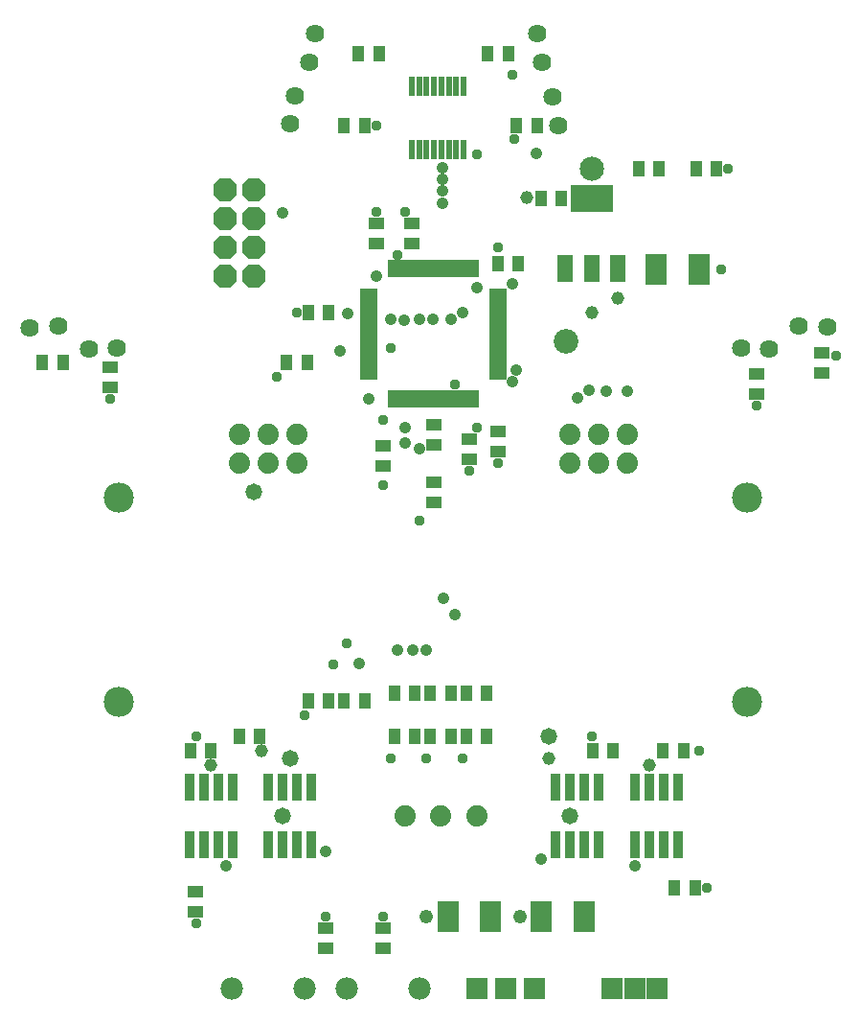
<source format=gbr>
G04 EAGLE Gerber RS-274X export*
G75*
%MOMM*%
%FSLAX34Y34*%
%LPD*%
%INSoldermask Top*%
%IPPOS*%
%AMOC8*
5,1,8,0,0,1.08239X$1,22.5*%
G01*
%ADD10C,2.667000*%
%ADD11C,1.981200*%
%ADD12R,1.903200X2.703200*%
%ADD13R,1.003200X1.403200*%
%ADD14R,1.403200X1.003200*%
%ADD15P,2.254402X8X112.500000*%
%ADD16C,1.625600*%
%ADD17R,1.879600X1.879600*%
%ADD18C,1.879600*%
%ADD19R,1.422200X2.438200*%
%ADD20R,3.803200X2.403200*%
%ADD21R,0.503200X1.503200*%
%ADD22R,1.503200X0.503200*%
%ADD23R,0.812800X2.413000*%
%ADD24R,0.503200X1.753200*%
%ADD25C,0.959600*%
%ADD26C,1.159600*%
%ADD27C,2.146300*%
%ADD28C,1.209600*%
%ADD29C,2.184400*%
%ADD30C,1.059600*%
%ADD31C,1.478200*%


D10*
X-125730Y331470D03*
X-125730Y151130D03*
X429260Y331470D03*
X429260Y151130D03*
D11*
X38850Y-101600D03*
X-26150Y-101600D03*
X140450Y-101600D03*
X75450Y-101600D03*
D12*
X247700Y-38100D03*
X285700Y-38100D03*
D13*
X40750Y450850D03*
X22750Y450850D03*
D14*
X101600Y556150D03*
X101600Y574150D03*
X-58420Y-16400D03*
X-58420Y-34400D03*
D13*
X365650Y-12700D03*
X383650Y-12700D03*
D12*
X165150Y-38100D03*
X203150Y-38100D03*
D13*
X265540Y595630D03*
X247540Y595630D03*
D12*
X387300Y533400D03*
X349300Y533400D03*
D14*
X107950Y377300D03*
X107950Y359300D03*
X184150Y383650D03*
X184150Y365650D03*
X209550Y390000D03*
X209550Y372000D03*
D13*
X227440Y538480D03*
X209440Y538480D03*
X59800Y495300D03*
X41800Y495300D03*
D15*
X-6350Y527050D03*
X-31750Y527050D03*
X-6350Y552450D03*
X-31750Y552450D03*
X-6350Y577850D03*
X-31750Y577850D03*
X-6350Y603250D03*
X-31750Y603250D03*
D16*
X-204459Y482029D03*
X-179094Y483358D03*
X43137Y716520D03*
X47547Y741534D03*
X244112Y741496D03*
X248522Y716481D03*
X475008Y483491D03*
X500373Y482162D03*
D17*
X350200Y-101600D03*
X330200Y-101600D03*
X310200Y-101600D03*
D13*
X333900Y622300D03*
X351900Y622300D03*
X118000Y158750D03*
X136000Y158750D03*
X149750Y158750D03*
X167750Y158750D03*
X181500Y158750D03*
X199500Y158750D03*
D14*
X152400Y396350D03*
X152400Y378350D03*
D18*
X31750Y361950D03*
X31750Y387350D03*
X6350Y361950D03*
X6350Y387350D03*
X-19050Y361950D03*
X-19050Y387350D03*
X323850Y361950D03*
X323850Y387350D03*
X298450Y361950D03*
X298450Y387350D03*
X273050Y361950D03*
X273050Y387350D03*
D13*
X-175150Y450850D03*
X-193150Y450850D03*
X41800Y152400D03*
X59800Y152400D03*
X118000Y120650D03*
X136000Y120650D03*
X149750Y120650D03*
X167750Y120650D03*
X181500Y120650D03*
X199500Y120650D03*
D14*
X152400Y327550D03*
X152400Y345550D03*
D13*
X402700Y622300D03*
X384700Y622300D03*
D14*
X57150Y-48150D03*
X57150Y-66150D03*
X107950Y-48150D03*
X107950Y-66150D03*
D13*
X-1160Y120650D03*
X-19160Y120650D03*
X-62340Y107950D03*
X-44340Y107950D03*
X104250Y723900D03*
X86250Y723900D03*
X373490Y107950D03*
X355490Y107950D03*
X293260Y107950D03*
X311260Y107950D03*
X73550Y152400D03*
X91550Y152400D03*
X200550Y723900D03*
X218550Y723900D03*
D14*
X495300Y441850D03*
X495300Y459850D03*
D13*
X91550Y660400D03*
X73550Y660400D03*
D14*
X-133350Y429150D03*
X-133350Y447150D03*
X438150Y422800D03*
X438150Y440800D03*
D13*
X225950Y660400D03*
X243950Y660400D03*
D14*
X133350Y556150D03*
X133350Y574150D03*
D19*
X268990Y534160D03*
X292100Y534160D03*
X315210Y534160D03*
D20*
X292100Y596140D03*
D18*
X127000Y50800D03*
X158750Y50800D03*
X190500Y50800D03*
D16*
X-127017Y464215D03*
X-152383Y462885D03*
X30145Y686877D03*
X25735Y661863D03*
X449563Y462885D03*
X424197Y464215D03*
X262555Y660593D03*
X258145Y685607D03*
D21*
X154900Y533750D03*
X149900Y533750D03*
X144900Y533750D03*
X159900Y533750D03*
X164900Y533750D03*
X169900Y533750D03*
X174900Y533750D03*
X179900Y533750D03*
X189900Y533750D03*
X184900Y533750D03*
X139900Y533750D03*
X134900Y533750D03*
X129900Y533750D03*
X124900Y533750D03*
X119900Y533750D03*
X114900Y533750D03*
D22*
X94900Y478750D03*
X94900Y483750D03*
X94900Y488750D03*
X94900Y493750D03*
X94900Y498750D03*
X94900Y503750D03*
X94900Y508750D03*
X94900Y513750D03*
X94900Y473750D03*
X94900Y468750D03*
X94900Y463750D03*
X94900Y458750D03*
X94900Y453750D03*
X94900Y448750D03*
X94900Y443750D03*
X94900Y438750D03*
D21*
X154900Y418750D03*
X149900Y418750D03*
X144900Y418750D03*
X159900Y418750D03*
X164900Y418750D03*
X169900Y418750D03*
X174900Y418750D03*
X179900Y418750D03*
X189900Y418750D03*
X184900Y418750D03*
X139900Y418750D03*
X134900Y418750D03*
X129900Y418750D03*
X124900Y418750D03*
X119900Y418750D03*
X114900Y418750D03*
D22*
X209900Y478750D03*
X209900Y483750D03*
X209900Y488750D03*
X209900Y493750D03*
X209900Y498750D03*
X209900Y503750D03*
X209900Y508750D03*
X209900Y513750D03*
X209900Y473750D03*
X209900Y468750D03*
X209900Y463750D03*
X209900Y458750D03*
X209900Y453750D03*
X209900Y448750D03*
X209900Y443750D03*
X209900Y438750D03*
D17*
X215900Y-101600D03*
X241300Y-101600D03*
X190500Y-101600D03*
D23*
X-25400Y25400D03*
X-38100Y25400D03*
X-50800Y25400D03*
X-63500Y25400D03*
X-25400Y76200D03*
X-38100Y76200D03*
X-50800Y76200D03*
X-63500Y76200D03*
X368300Y25400D03*
X355600Y25400D03*
X342900Y25400D03*
X330200Y25400D03*
X368300Y76200D03*
X355600Y76200D03*
X342900Y76200D03*
X330200Y76200D03*
D24*
X133460Y638750D03*
X146460Y638750D03*
X159460Y638750D03*
X165960Y638750D03*
X172460Y638750D03*
X152960Y638750D03*
X139960Y638750D03*
X178960Y638750D03*
X133460Y694750D03*
X146460Y694750D03*
X159460Y694750D03*
X165960Y694750D03*
X172460Y694750D03*
X152960Y694750D03*
X139960Y694750D03*
X178960Y694750D03*
D23*
X19050Y25400D03*
X6350Y25400D03*
X31750Y25400D03*
X44450Y25400D03*
X44450Y76200D03*
X31750Y76200D03*
X19050Y76200D03*
X6350Y76200D03*
X273050Y25400D03*
X260350Y25400D03*
X285750Y25400D03*
X298450Y25400D03*
X298450Y76200D03*
X285750Y76200D03*
X273050Y76200D03*
X260350Y76200D03*
D25*
X393700Y-12700D03*
X387350Y107950D03*
X292100Y120650D03*
X114300Y101600D03*
X146050Y101600D03*
X177800Y101600D03*
X107950Y-38100D03*
X57150Y-38100D03*
X-57150Y-44450D03*
X-57150Y120650D03*
X38100Y139700D03*
X-133350Y419100D03*
X101600Y660400D03*
X223746Y648520D03*
X412750Y622300D03*
X406400Y533400D03*
X438150Y412750D03*
X184150Y355600D03*
X209550Y361950D03*
X140180Y311150D03*
X107950Y342900D03*
X190500Y393700D03*
X107950Y400050D03*
X14196Y438150D03*
X31750Y495300D03*
X101600Y584200D03*
X127000Y584200D03*
X120650Y546100D03*
X114300Y463550D03*
X190500Y635000D03*
D26*
X234950Y596900D03*
D25*
X209550Y552450D03*
D26*
X292100Y495300D03*
D27*
X292100Y622300D03*
D28*
X146050Y-38100D03*
X228600Y-38100D03*
D25*
X171450Y431800D03*
D26*
X254000Y101600D03*
X342900Y95250D03*
X0Y107950D03*
X-44450Y95250D03*
D25*
X222250Y704850D03*
X508000Y457200D03*
D29*
X269240Y469900D03*
D26*
X314960Y508000D03*
D30*
X101600Y527050D03*
X222250Y520700D03*
X160290Y623026D03*
X160290Y612938D03*
X160290Y602850D03*
X160290Y591284D03*
X19050Y583074D03*
X127000Y393700D03*
X120650Y196850D03*
X127783Y380217D03*
X134133Y196850D03*
X139700Y374650D03*
X146050Y196850D03*
X177800Y495300D03*
X225334Y444500D03*
X289560Y426430D03*
X279400Y420080D03*
X222250Y434412D03*
X168029Y488950D03*
X151934Y489416D03*
X161290Y242570D03*
X114300Y488950D03*
D25*
X75720Y203200D03*
D30*
X139700Y488950D03*
X171450Y228600D03*
X86360Y185420D03*
X95250Y419100D03*
X69850Y461420D03*
X76200Y494574D03*
X304800Y425450D03*
X323850Y425450D03*
X243296Y636027D03*
X190500Y517616D03*
X126928Y488672D03*
D25*
X63500Y184150D03*
D30*
X57150Y19050D03*
X-31121Y6979D03*
D31*
X19050Y50800D03*
X25400Y101600D03*
X-6350Y336550D03*
D30*
X247650Y12700D03*
X330200Y6350D03*
D31*
X254000Y120650D03*
X273050Y50800D03*
M02*

</source>
